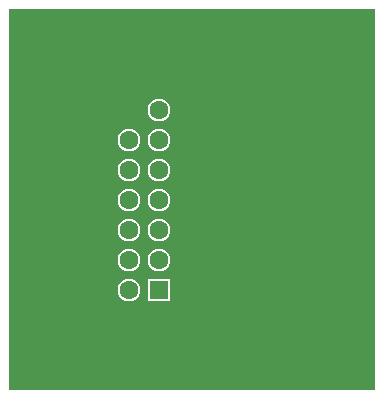
<source format=gbl>
G04*
G04 #@! TF.GenerationSoftware,Altium Limited,Altium Designer,21.4.1 (30)*
G04*
G04 Layer_Physical_Order=4*
G04 Layer_Color=16711680*
%FSLAX25Y25*%
%MOIN*%
G70*
G04*
G04 #@! TF.SameCoordinates,6122799F-D76E-4B8B-AD8C-C151083860E1*
G04*
G04*
G04 #@! TF.FilePolarity,Positive*
G04*
G01*
G75*
%ADD15C,0.06299*%
%ADD16R,0.06299X0.06299*%
%ADD19C,0.01968*%
G36*
X241000Y52500D02*
X119000D01*
Y179500D01*
X241000D01*
Y52500D01*
D02*
G37*
%LPC*%
G36*
X169000Y149780D02*
X168022Y149652D01*
X167110Y149274D01*
X166327Y148673D01*
X165726Y147890D01*
X165348Y146978D01*
X165220Y146000D01*
X165348Y145022D01*
X165726Y144110D01*
X166327Y143327D01*
X167110Y142726D01*
X168022Y142348D01*
X169000Y142220D01*
X169978Y142348D01*
X170890Y142726D01*
X171673Y143327D01*
X172274Y144110D01*
X172652Y145022D01*
X172780Y146000D01*
X172652Y146978D01*
X172274Y147890D01*
X171673Y148673D01*
X170890Y149274D01*
X169978Y149652D01*
X169000Y149780D01*
D02*
G37*
G36*
Y139780D02*
X168022Y139652D01*
X167110Y139274D01*
X166327Y138673D01*
X165726Y137890D01*
X165348Y136978D01*
X165220Y136000D01*
X165348Y135022D01*
X165726Y134110D01*
X166327Y133327D01*
X167110Y132726D01*
X168022Y132348D01*
X169000Y132220D01*
X169978Y132348D01*
X170890Y132726D01*
X171673Y133327D01*
X172274Y134110D01*
X172652Y135022D01*
X172780Y136000D01*
X172652Y136978D01*
X172274Y137890D01*
X171673Y138673D01*
X170890Y139274D01*
X169978Y139652D01*
X169000Y139780D01*
D02*
G37*
G36*
X159000D02*
X158022Y139652D01*
X157110Y139274D01*
X156327Y138673D01*
X155726Y137890D01*
X155348Y136978D01*
X155220Y136000D01*
X155348Y135022D01*
X155726Y134110D01*
X156327Y133327D01*
X157110Y132726D01*
X158022Y132348D01*
X159000Y132220D01*
X159978Y132348D01*
X160890Y132726D01*
X161673Y133327D01*
X162274Y134110D01*
X162652Y135022D01*
X162780Y136000D01*
X162652Y136978D01*
X162274Y137890D01*
X161673Y138673D01*
X160890Y139274D01*
X159978Y139652D01*
X159000Y139780D01*
D02*
G37*
G36*
X169000Y129780D02*
X168022Y129652D01*
X167110Y129274D01*
X166327Y128673D01*
X165726Y127890D01*
X165348Y126978D01*
X165220Y126000D01*
X165348Y125022D01*
X165726Y124110D01*
X166327Y123327D01*
X167110Y122726D01*
X168022Y122348D01*
X169000Y122220D01*
X169978Y122348D01*
X170890Y122726D01*
X171673Y123327D01*
X172274Y124110D01*
X172652Y125022D01*
X172780Y126000D01*
X172652Y126978D01*
X172274Y127890D01*
X171673Y128673D01*
X170890Y129274D01*
X169978Y129652D01*
X169000Y129780D01*
D02*
G37*
G36*
X159000D02*
X158022Y129652D01*
X157110Y129274D01*
X156327Y128673D01*
X155726Y127890D01*
X155348Y126978D01*
X155220Y126000D01*
X155348Y125022D01*
X155726Y124110D01*
X156327Y123327D01*
X157110Y122726D01*
X158022Y122348D01*
X159000Y122220D01*
X159978Y122348D01*
X160890Y122726D01*
X161673Y123327D01*
X162274Y124110D01*
X162652Y125022D01*
X162780Y126000D01*
X162652Y126978D01*
X162274Y127890D01*
X161673Y128673D01*
X160890Y129274D01*
X159978Y129652D01*
X159000Y129780D01*
D02*
G37*
G36*
X169000Y119780D02*
X168022Y119652D01*
X167110Y119274D01*
X166327Y118673D01*
X165726Y117890D01*
X165348Y116978D01*
X165220Y116000D01*
X165348Y115022D01*
X165726Y114110D01*
X166327Y113327D01*
X167110Y112726D01*
X168022Y112348D01*
X169000Y112220D01*
X169978Y112348D01*
X170890Y112726D01*
X171673Y113327D01*
X172274Y114110D01*
X172652Y115022D01*
X172780Y116000D01*
X172652Y116978D01*
X172274Y117890D01*
X171673Y118673D01*
X170890Y119274D01*
X169978Y119652D01*
X169000Y119780D01*
D02*
G37*
G36*
X159000D02*
X158022Y119652D01*
X157110Y119274D01*
X156327Y118673D01*
X155726Y117890D01*
X155348Y116978D01*
X155220Y116000D01*
X155348Y115022D01*
X155726Y114110D01*
X156327Y113327D01*
X157110Y112726D01*
X158022Y112348D01*
X159000Y112220D01*
X159978Y112348D01*
X160890Y112726D01*
X161673Y113327D01*
X162274Y114110D01*
X162652Y115022D01*
X162780Y116000D01*
X162652Y116978D01*
X162274Y117890D01*
X161673Y118673D01*
X160890Y119274D01*
X159978Y119652D01*
X159000Y119780D01*
D02*
G37*
G36*
X169000Y109780D02*
X168022Y109652D01*
X167110Y109274D01*
X166327Y108673D01*
X165726Y107890D01*
X165348Y106978D01*
X165220Y106000D01*
X165348Y105022D01*
X165726Y104110D01*
X166327Y103327D01*
X167110Y102726D01*
X168022Y102348D01*
X169000Y102220D01*
X169978Y102348D01*
X170890Y102726D01*
X171673Y103327D01*
X172274Y104110D01*
X172652Y105022D01*
X172780Y106000D01*
X172652Y106978D01*
X172274Y107890D01*
X171673Y108673D01*
X170890Y109274D01*
X169978Y109652D01*
X169000Y109780D01*
D02*
G37*
G36*
X159000D02*
X158022Y109652D01*
X157110Y109274D01*
X156327Y108673D01*
X155726Y107890D01*
X155348Y106978D01*
X155220Y106000D01*
X155348Y105022D01*
X155726Y104110D01*
X156327Y103327D01*
X157110Y102726D01*
X158022Y102348D01*
X159000Y102220D01*
X159978Y102348D01*
X160890Y102726D01*
X161673Y103327D01*
X162274Y104110D01*
X162652Y105022D01*
X162780Y106000D01*
X162652Y106978D01*
X162274Y107890D01*
X161673Y108673D01*
X160890Y109274D01*
X159978Y109652D01*
X159000Y109780D01*
D02*
G37*
G36*
X169000Y99780D02*
X168022Y99652D01*
X167110Y99274D01*
X166327Y98673D01*
X165726Y97890D01*
X165348Y96978D01*
X165220Y96000D01*
X165348Y95022D01*
X165726Y94110D01*
X166327Y93327D01*
X167110Y92726D01*
X168022Y92348D01*
X169000Y92220D01*
X169978Y92348D01*
X170890Y92726D01*
X171673Y93327D01*
X172274Y94110D01*
X172652Y95022D01*
X172780Y96000D01*
X172652Y96978D01*
X172274Y97890D01*
X171673Y98673D01*
X170890Y99274D01*
X169978Y99652D01*
X169000Y99780D01*
D02*
G37*
G36*
X159000D02*
X158022Y99652D01*
X157110Y99274D01*
X156327Y98673D01*
X155726Y97890D01*
X155348Y96978D01*
X155220Y96000D01*
X155348Y95022D01*
X155726Y94110D01*
X156327Y93327D01*
X157110Y92726D01*
X158022Y92348D01*
X159000Y92220D01*
X159978Y92348D01*
X160890Y92726D01*
X161673Y93327D01*
X162274Y94110D01*
X162652Y95022D01*
X162780Y96000D01*
X162652Y96978D01*
X162274Y97890D01*
X161673Y98673D01*
X160890Y99274D01*
X159978Y99652D01*
X159000Y99780D01*
D02*
G37*
G36*
X172748Y89748D02*
X165252D01*
Y82252D01*
X172748D01*
Y89748D01*
D02*
G37*
G36*
X159000Y89780D02*
X158022Y89652D01*
X157110Y89274D01*
X156327Y88673D01*
X155726Y87890D01*
X155348Y86978D01*
X155220Y86000D01*
X155348Y85022D01*
X155726Y84110D01*
X156327Y83327D01*
X157110Y82726D01*
X158022Y82348D01*
X159000Y82220D01*
X159978Y82348D01*
X160890Y82726D01*
X161673Y83327D01*
X162274Y84110D01*
X162652Y85022D01*
X162780Y86000D01*
X162652Y86978D01*
X162274Y87890D01*
X161673Y88673D01*
X160890Y89274D01*
X159978Y89652D01*
X159000Y89780D01*
D02*
G37*
%LPD*%
D15*
X169000Y146000D02*
D03*
X159000D02*
D03*
Y136000D02*
D03*
X169000D02*
D03*
X159000Y126000D02*
D03*
X169000D02*
D03*
X159000Y116000D02*
D03*
X169000D02*
D03*
X159000Y106000D02*
D03*
X169000D02*
D03*
X159000Y96000D02*
D03*
X169000D02*
D03*
X159000Y86000D02*
D03*
D16*
X169000D02*
D03*
D19*
X235000Y170000D02*
D03*
X230000Y160000D02*
D03*
X235000Y150000D02*
D03*
X230000Y140000D02*
D03*
X235000Y130000D02*
D03*
X230000Y120000D02*
D03*
X235000Y110000D02*
D03*
X230000Y100000D02*
D03*
X235000Y90000D02*
D03*
X230000Y80000D02*
D03*
X235000Y70000D02*
D03*
X230000Y60000D02*
D03*
X225000Y170000D02*
D03*
X220000Y140000D02*
D03*
X225000Y130000D02*
D03*
X220000Y120000D02*
D03*
X225000Y110000D02*
D03*
X220000Y100000D02*
D03*
X225000Y90000D02*
D03*
Y70000D02*
D03*
X220000Y60000D02*
D03*
X215000Y170000D02*
D03*
X210000Y160000D02*
D03*
X215000Y150000D02*
D03*
Y70000D02*
D03*
X210000Y60000D02*
D03*
X205000Y170000D02*
D03*
X200000Y160000D02*
D03*
X205000Y150000D02*
D03*
Y70000D02*
D03*
X200000Y60000D02*
D03*
X195000Y170000D02*
D03*
X190000Y160000D02*
D03*
X195000Y70000D02*
D03*
X190000Y60000D02*
D03*
X185000Y170000D02*
D03*
X180000Y160000D02*
D03*
X185000Y70000D02*
D03*
X180000Y60000D02*
D03*
X175000Y170000D02*
D03*
X170000Y160000D02*
D03*
X175000Y70000D02*
D03*
X170000Y60000D02*
D03*
X165000Y170000D02*
D03*
X160000Y160000D02*
D03*
X165000Y70000D02*
D03*
X160000Y60000D02*
D03*
X155000Y170000D02*
D03*
X150000Y160000D02*
D03*
X155000Y150000D02*
D03*
X150000Y140000D02*
D03*
Y120000D02*
D03*
Y100000D02*
D03*
Y80000D02*
D03*
X155000Y70000D02*
D03*
X150000Y60000D02*
D03*
X145000Y170000D02*
D03*
X140000Y160000D02*
D03*
X145000Y150000D02*
D03*
X140000Y140000D02*
D03*
X145000Y130000D02*
D03*
X140000Y120000D02*
D03*
X145000Y110000D02*
D03*
X140000Y100000D02*
D03*
X145000Y90000D02*
D03*
X140000Y80000D02*
D03*
X145000Y70000D02*
D03*
X140000Y60000D02*
D03*
X135000Y170000D02*
D03*
X130000Y160000D02*
D03*
X135000Y150000D02*
D03*
X130000Y140000D02*
D03*
X135000Y130000D02*
D03*
X130000Y120000D02*
D03*
X135000Y110000D02*
D03*
X130000Y100000D02*
D03*
X135000Y90000D02*
D03*
X130000Y80000D02*
D03*
X135000Y70000D02*
D03*
X130000Y60000D02*
D03*
X125000Y170000D02*
D03*
Y150000D02*
D03*
Y130000D02*
D03*
Y110000D02*
D03*
Y90000D02*
D03*
Y70000D02*
D03*
X215000Y139500D02*
D03*
M02*

</source>
